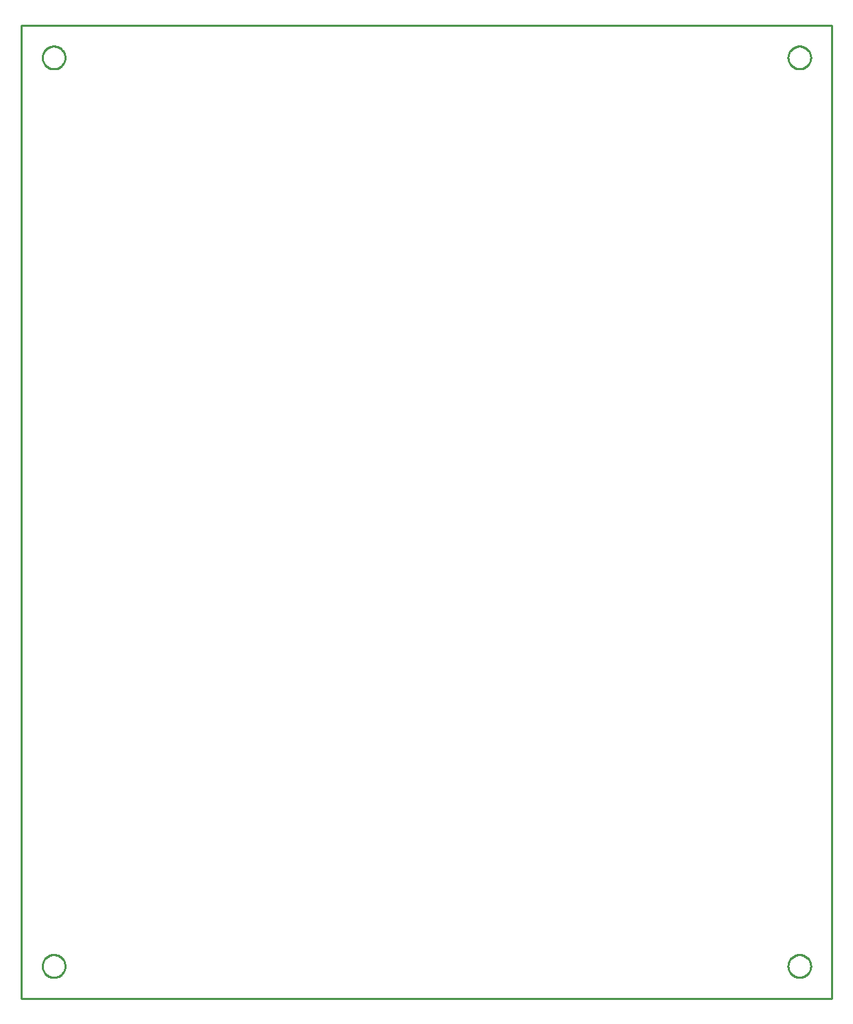
<source format=gbr>
G04 EAGLE Gerber RS-274X export*
G75*
%MOMM*%
%FSLAX34Y34*%
%LPD*%
%IN*%
%IPPOS*%
%AMOC8*
5,1,8,0,0,1.08239X$1,22.5*%
G01*
%ADD10C,0.254000*%


D10*
X0Y0D02*
X1000000Y0D01*
X1000000Y1200000D01*
X0Y1200000D01*
X0Y0D01*
X54000Y39500D02*
X53929Y38503D01*
X53786Y37513D01*
X53574Y36536D01*
X53292Y35576D01*
X52943Y34639D01*
X52527Y33729D01*
X52048Y32852D01*
X51507Y32010D01*
X50908Y31210D01*
X50253Y30454D01*
X49546Y29747D01*
X48790Y29092D01*
X47990Y28493D01*
X47148Y27952D01*
X46271Y27473D01*
X45361Y27057D01*
X44424Y26708D01*
X43465Y26426D01*
X42487Y26214D01*
X41498Y26071D01*
X40500Y26000D01*
X39500Y26000D01*
X38503Y26071D01*
X37513Y26214D01*
X36536Y26426D01*
X35576Y26708D01*
X34639Y27057D01*
X33729Y27473D01*
X32852Y27952D01*
X32010Y28493D01*
X31210Y29092D01*
X30454Y29747D01*
X29747Y30454D01*
X29092Y31210D01*
X28493Y32010D01*
X27952Y32852D01*
X27473Y33729D01*
X27057Y34639D01*
X26708Y35576D01*
X26426Y36536D01*
X26214Y37513D01*
X26071Y38503D01*
X26000Y39500D01*
X26000Y40500D01*
X26071Y41498D01*
X26214Y42487D01*
X26426Y43465D01*
X26708Y44424D01*
X27057Y45361D01*
X27473Y46271D01*
X27952Y47148D01*
X28493Y47990D01*
X29092Y48790D01*
X29747Y49546D01*
X30454Y50253D01*
X31210Y50908D01*
X32010Y51507D01*
X32852Y52048D01*
X33729Y52527D01*
X34639Y52943D01*
X35576Y53292D01*
X36536Y53574D01*
X37513Y53786D01*
X38503Y53929D01*
X39500Y54000D01*
X40500Y54000D01*
X41498Y53929D01*
X42487Y53786D01*
X43465Y53574D01*
X44424Y53292D01*
X45361Y52943D01*
X46271Y52527D01*
X47148Y52048D01*
X47990Y51507D01*
X48790Y50908D01*
X49546Y50253D01*
X50253Y49546D01*
X50908Y48790D01*
X51507Y47990D01*
X52048Y47148D01*
X52527Y46271D01*
X52943Y45361D01*
X53292Y44424D01*
X53574Y43465D01*
X53786Y42487D01*
X53929Y41498D01*
X54000Y40500D01*
X54000Y39500D01*
X974000Y39500D02*
X973929Y38503D01*
X973786Y37513D01*
X973574Y36536D01*
X973292Y35576D01*
X972943Y34639D01*
X972527Y33729D01*
X972048Y32852D01*
X971507Y32010D01*
X970908Y31210D01*
X970253Y30454D01*
X969546Y29747D01*
X968790Y29092D01*
X967990Y28493D01*
X967148Y27952D01*
X966271Y27473D01*
X965361Y27057D01*
X964424Y26708D01*
X963465Y26426D01*
X962487Y26214D01*
X961498Y26071D01*
X960500Y26000D01*
X959500Y26000D01*
X958503Y26071D01*
X957513Y26214D01*
X956536Y26426D01*
X955576Y26708D01*
X954639Y27057D01*
X953729Y27473D01*
X952852Y27952D01*
X952010Y28493D01*
X951210Y29092D01*
X950454Y29747D01*
X949747Y30454D01*
X949092Y31210D01*
X948493Y32010D01*
X947952Y32852D01*
X947473Y33729D01*
X947057Y34639D01*
X946708Y35576D01*
X946426Y36536D01*
X946214Y37513D01*
X946071Y38503D01*
X946000Y39500D01*
X946000Y40500D01*
X946071Y41498D01*
X946214Y42487D01*
X946426Y43465D01*
X946708Y44424D01*
X947057Y45361D01*
X947473Y46271D01*
X947952Y47148D01*
X948493Y47990D01*
X949092Y48790D01*
X949747Y49546D01*
X950454Y50253D01*
X951210Y50908D01*
X952010Y51507D01*
X952852Y52048D01*
X953729Y52527D01*
X954639Y52943D01*
X955576Y53292D01*
X956536Y53574D01*
X957513Y53786D01*
X958503Y53929D01*
X959500Y54000D01*
X960500Y54000D01*
X961498Y53929D01*
X962487Y53786D01*
X963465Y53574D01*
X964424Y53292D01*
X965361Y52943D01*
X966271Y52527D01*
X967148Y52048D01*
X967990Y51507D01*
X968790Y50908D01*
X969546Y50253D01*
X970253Y49546D01*
X970908Y48790D01*
X971507Y47990D01*
X972048Y47148D01*
X972527Y46271D01*
X972943Y45361D01*
X973292Y44424D01*
X973574Y43465D01*
X973786Y42487D01*
X973929Y41498D01*
X974000Y40500D01*
X974000Y39500D01*
X974000Y1159500D02*
X973929Y1158503D01*
X973786Y1157513D01*
X973574Y1156536D01*
X973292Y1155576D01*
X972943Y1154639D01*
X972527Y1153729D01*
X972048Y1152852D01*
X971507Y1152010D01*
X970908Y1151210D01*
X970253Y1150454D01*
X969546Y1149747D01*
X968790Y1149092D01*
X967990Y1148493D01*
X967148Y1147952D01*
X966271Y1147473D01*
X965361Y1147057D01*
X964424Y1146708D01*
X963465Y1146426D01*
X962487Y1146214D01*
X961498Y1146071D01*
X960500Y1146000D01*
X959500Y1146000D01*
X958503Y1146071D01*
X957513Y1146214D01*
X956536Y1146426D01*
X955576Y1146708D01*
X954639Y1147057D01*
X953729Y1147473D01*
X952852Y1147952D01*
X952010Y1148493D01*
X951210Y1149092D01*
X950454Y1149747D01*
X949747Y1150454D01*
X949092Y1151210D01*
X948493Y1152010D01*
X947952Y1152852D01*
X947473Y1153729D01*
X947057Y1154639D01*
X946708Y1155576D01*
X946426Y1156536D01*
X946214Y1157513D01*
X946071Y1158503D01*
X946000Y1159500D01*
X946000Y1160500D01*
X946071Y1161498D01*
X946214Y1162487D01*
X946426Y1163465D01*
X946708Y1164424D01*
X947057Y1165361D01*
X947473Y1166271D01*
X947952Y1167148D01*
X948493Y1167990D01*
X949092Y1168790D01*
X949747Y1169546D01*
X950454Y1170253D01*
X951210Y1170908D01*
X952010Y1171507D01*
X952852Y1172048D01*
X953729Y1172527D01*
X954639Y1172943D01*
X955576Y1173292D01*
X956536Y1173574D01*
X957513Y1173786D01*
X958503Y1173929D01*
X959500Y1174000D01*
X960500Y1174000D01*
X961498Y1173929D01*
X962487Y1173786D01*
X963465Y1173574D01*
X964424Y1173292D01*
X965361Y1172943D01*
X966271Y1172527D01*
X967148Y1172048D01*
X967990Y1171507D01*
X968790Y1170908D01*
X969546Y1170253D01*
X970253Y1169546D01*
X970908Y1168790D01*
X971507Y1167990D01*
X972048Y1167148D01*
X972527Y1166271D01*
X972943Y1165361D01*
X973292Y1164424D01*
X973574Y1163465D01*
X973786Y1162487D01*
X973929Y1161498D01*
X974000Y1160500D01*
X974000Y1159500D01*
X54000Y1159500D02*
X53929Y1158503D01*
X53786Y1157513D01*
X53574Y1156536D01*
X53292Y1155576D01*
X52943Y1154639D01*
X52527Y1153729D01*
X52048Y1152852D01*
X51507Y1152010D01*
X50908Y1151210D01*
X50253Y1150454D01*
X49546Y1149747D01*
X48790Y1149092D01*
X47990Y1148493D01*
X47148Y1147952D01*
X46271Y1147473D01*
X45361Y1147057D01*
X44424Y1146708D01*
X43465Y1146426D01*
X42487Y1146214D01*
X41498Y1146071D01*
X40500Y1146000D01*
X39500Y1146000D01*
X38503Y1146071D01*
X37513Y1146214D01*
X36536Y1146426D01*
X35576Y1146708D01*
X34639Y1147057D01*
X33729Y1147473D01*
X32852Y1147952D01*
X32010Y1148493D01*
X31210Y1149092D01*
X30454Y1149747D01*
X29747Y1150454D01*
X29092Y1151210D01*
X28493Y1152010D01*
X27952Y1152852D01*
X27473Y1153729D01*
X27057Y1154639D01*
X26708Y1155576D01*
X26426Y1156536D01*
X26214Y1157513D01*
X26071Y1158503D01*
X26000Y1159500D01*
X26000Y1160500D01*
X26071Y1161498D01*
X26214Y1162487D01*
X26426Y1163465D01*
X26708Y1164424D01*
X27057Y1165361D01*
X27473Y1166271D01*
X27952Y1167148D01*
X28493Y1167990D01*
X29092Y1168790D01*
X29747Y1169546D01*
X30454Y1170253D01*
X31210Y1170908D01*
X32010Y1171507D01*
X32852Y1172048D01*
X33729Y1172527D01*
X34639Y1172943D01*
X35576Y1173292D01*
X36536Y1173574D01*
X37513Y1173786D01*
X38503Y1173929D01*
X39500Y1174000D01*
X40500Y1174000D01*
X41498Y1173929D01*
X42487Y1173786D01*
X43465Y1173574D01*
X44424Y1173292D01*
X45361Y1172943D01*
X46271Y1172527D01*
X47148Y1172048D01*
X47990Y1171507D01*
X48790Y1170908D01*
X49546Y1170253D01*
X50253Y1169546D01*
X50908Y1168790D01*
X51507Y1167990D01*
X52048Y1167148D01*
X52527Y1166271D01*
X52943Y1165361D01*
X53292Y1164424D01*
X53574Y1163465D01*
X53786Y1162487D01*
X53929Y1161498D01*
X54000Y1160500D01*
X54000Y1159500D01*
M02*

</source>
